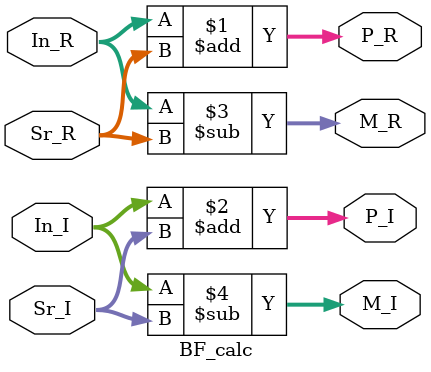
<source format=v>
module BF_calc#(
	parameter BW = 16
)
(
	input wire [BW-1:0] In_R,
	input wire [BW-1:0] In_I,
	input wire [BW-1:0] Sr_R, //16bit
	input wire [BW-1:0] Sr_I,
	
	output wire [BW:0] P_R,
	output wire [BW:0] P_I,
	output wire [BW:0] M_R,
	output wire [BW:0] M_I
);

assign P_R = In_R + Sr_R;
assign P_I = In_I + Sr_I;
assign M_R = In_R - Sr_R;
assign M_I = In_I - Sr_I;

endmodule
</source>
